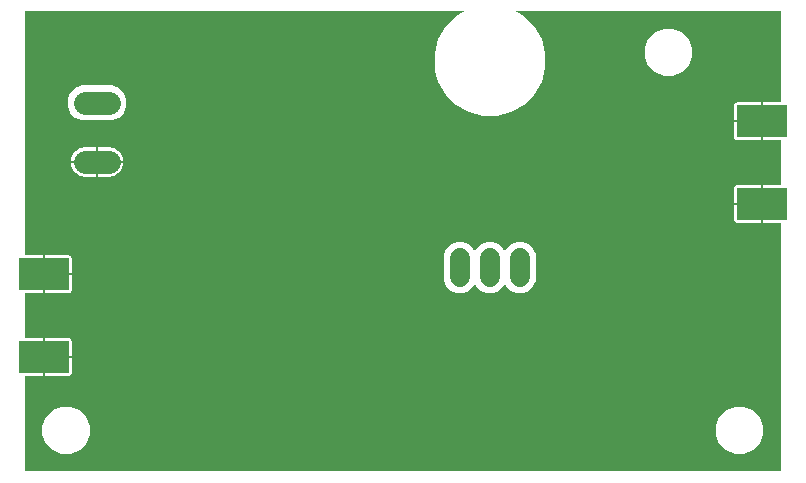
<source format=gbr>
G04 EAGLE Gerber RS-274X export*
G75*
%MOMM*%
%FSLAX34Y34*%
%LPD*%
%INBottom Copper*%
%IPPOS*%
%AMOC8*
5,1,8,0,0,1.08239X$1,22.5*%
G01*
%ADD10C,1.676400*%
%ADD11R,4.191000X2.667000*%
%ADD12C,1.981200*%
%ADD13C,1.500000*%

G36*
X644589Y5092D02*
X644589Y5092D01*
X644640Y5094D01*
X644672Y5112D01*
X644708Y5120D01*
X644747Y5153D01*
X644792Y5177D01*
X644813Y5207D01*
X644841Y5230D01*
X644862Y5277D01*
X644892Y5319D01*
X644900Y5361D01*
X644912Y5389D01*
X644911Y5419D01*
X644919Y5461D01*
X644919Y215498D01*
X644908Y215548D01*
X644906Y215599D01*
X644888Y215631D01*
X644880Y215667D01*
X644847Y215706D01*
X644823Y215751D01*
X644793Y215772D01*
X644770Y215800D01*
X644723Y215821D01*
X644681Y215851D01*
X644639Y215859D01*
X644611Y215871D01*
X644581Y215870D01*
X644539Y215878D01*
X629847Y215878D01*
X629847Y231373D01*
X629836Y231423D01*
X629834Y231474D01*
X629816Y231506D01*
X629808Y231542D01*
X629775Y231581D01*
X629751Y231626D01*
X629721Y231647D01*
X629697Y231675D01*
X629651Y231696D01*
X629609Y231726D01*
X629567Y231734D01*
X629539Y231746D01*
X629509Y231745D01*
X629467Y231753D01*
X629085Y231753D01*
X629085Y231755D01*
X629467Y231755D01*
X629517Y231766D01*
X629568Y231768D01*
X629600Y231786D01*
X629636Y231794D01*
X629675Y231827D01*
X629720Y231851D01*
X629741Y231881D01*
X629769Y231905D01*
X629790Y231951D01*
X629820Y231993D01*
X629828Y232035D01*
X629840Y232063D01*
X629839Y232093D01*
X629847Y232135D01*
X629847Y247630D01*
X644539Y247630D01*
X644589Y247641D01*
X644640Y247643D01*
X644672Y247661D01*
X644708Y247669D01*
X644747Y247702D01*
X644792Y247726D01*
X644813Y247756D01*
X644841Y247779D01*
X644862Y247826D01*
X644892Y247868D01*
X644900Y247910D01*
X644912Y247938D01*
X644911Y247968D01*
X644919Y248010D01*
X644919Y285390D01*
X644908Y285440D01*
X644906Y285491D01*
X644888Y285523D01*
X644880Y285559D01*
X644847Y285598D01*
X644823Y285643D01*
X644793Y285664D01*
X644770Y285692D01*
X644723Y285713D01*
X644681Y285743D01*
X644639Y285751D01*
X644611Y285763D01*
X644581Y285762D01*
X644539Y285770D01*
X629847Y285770D01*
X629847Y301265D01*
X629836Y301315D01*
X629834Y301366D01*
X629816Y301398D01*
X629808Y301434D01*
X629775Y301473D01*
X629751Y301518D01*
X629721Y301539D01*
X629697Y301567D01*
X629651Y301588D01*
X629609Y301618D01*
X629567Y301626D01*
X629539Y301638D01*
X629509Y301637D01*
X629467Y301645D01*
X629085Y301645D01*
X629085Y301647D01*
X629467Y301647D01*
X629517Y301658D01*
X629568Y301660D01*
X629600Y301678D01*
X629636Y301686D01*
X629675Y301719D01*
X629720Y301743D01*
X629741Y301773D01*
X629769Y301797D01*
X629790Y301843D01*
X629820Y301885D01*
X629828Y301927D01*
X629840Y301955D01*
X629839Y301981D01*
X629840Y301984D01*
X629840Y301990D01*
X629847Y302027D01*
X629847Y317522D01*
X644539Y317522D01*
X644589Y317533D01*
X644640Y317535D01*
X644672Y317553D01*
X644708Y317561D01*
X644747Y317594D01*
X644792Y317618D01*
X644813Y317648D01*
X644841Y317671D01*
X644862Y317718D01*
X644892Y317760D01*
X644900Y317802D01*
X644912Y317830D01*
X644911Y317860D01*
X644919Y317902D01*
X644919Y394539D01*
X644908Y394589D01*
X644906Y394640D01*
X644888Y394672D01*
X644880Y394708D01*
X644847Y394747D01*
X644823Y394792D01*
X644793Y394813D01*
X644770Y394841D01*
X644723Y394862D01*
X644681Y394892D01*
X644639Y394900D01*
X644611Y394912D01*
X644581Y394911D01*
X644539Y394919D01*
X421518Y394919D01*
X421445Y394902D01*
X421372Y394890D01*
X421362Y394883D01*
X421349Y394880D01*
X421291Y394832D01*
X421231Y394788D01*
X421225Y394777D01*
X421216Y394770D01*
X421185Y394701D01*
X421150Y394635D01*
X421150Y394623D01*
X421145Y394611D01*
X421148Y394537D01*
X421146Y394462D01*
X421151Y394451D01*
X421151Y394438D01*
X421187Y394373D01*
X421219Y394305D01*
X421229Y394296D01*
X421234Y394286D01*
X421265Y394264D01*
X421328Y394210D01*
X427584Y390598D01*
X436318Y381864D01*
X442494Y371167D01*
X443412Y367739D01*
X443412Y367738D01*
X444635Y363176D01*
X444635Y363175D01*
X445691Y359236D01*
X445691Y346884D01*
X442494Y334953D01*
X436318Y324256D01*
X427584Y315522D01*
X416887Y309346D01*
X404956Y306149D01*
X392604Y306149D01*
X380673Y309346D01*
X369976Y315522D01*
X361242Y324256D01*
X355066Y334953D01*
X352646Y343984D01*
X351869Y346884D01*
X351869Y359236D01*
X355066Y371167D01*
X361242Y381864D01*
X369976Y390598D01*
X376232Y394210D01*
X376287Y394261D01*
X376344Y394308D01*
X376349Y394320D01*
X376358Y394328D01*
X376385Y394398D01*
X376415Y394467D01*
X376415Y394479D01*
X376419Y394491D01*
X376411Y394565D01*
X376409Y394640D01*
X376403Y394651D01*
X376401Y394663D01*
X376361Y394726D01*
X376326Y394792D01*
X376316Y394799D01*
X376309Y394810D01*
X376245Y394849D01*
X376184Y394892D01*
X376171Y394894D01*
X376161Y394900D01*
X376123Y394903D01*
X376042Y394919D01*
X5461Y394919D01*
X5411Y394908D01*
X5360Y394906D01*
X5328Y394888D01*
X5292Y394880D01*
X5253Y394847D01*
X5208Y394823D01*
X5187Y394793D01*
X5159Y394770D01*
X5138Y394723D01*
X5108Y394681D01*
X5100Y394639D01*
X5088Y394611D01*
X5089Y394581D01*
X5081Y394539D01*
X5081Y188362D01*
X5092Y188312D01*
X5094Y188261D01*
X5112Y188229D01*
X5120Y188193D01*
X5153Y188154D01*
X5177Y188109D01*
X5207Y188088D01*
X5230Y188060D01*
X5277Y188039D01*
X5319Y188009D01*
X5361Y188001D01*
X5389Y187989D01*
X5419Y187990D01*
X5461Y187982D01*
X20393Y187982D01*
X20393Y172487D01*
X20404Y172437D01*
X20406Y172386D01*
X20424Y172354D01*
X20432Y172318D01*
X20465Y172279D01*
X20489Y172234D01*
X20519Y172213D01*
X20542Y172185D01*
X20589Y172164D01*
X20631Y172134D01*
X20673Y172126D01*
X20701Y172114D01*
X20731Y172115D01*
X20773Y172107D01*
X21155Y172107D01*
X21155Y172105D01*
X20773Y172105D01*
X20723Y172094D01*
X20672Y172092D01*
X20640Y172074D01*
X20604Y172066D01*
X20565Y172033D01*
X20520Y172009D01*
X20499Y171979D01*
X20471Y171955D01*
X20450Y171909D01*
X20420Y171867D01*
X20412Y171825D01*
X20400Y171797D01*
X20401Y171767D01*
X20393Y171725D01*
X20393Y156230D01*
X5461Y156230D01*
X5411Y156219D01*
X5360Y156217D01*
X5328Y156199D01*
X5292Y156191D01*
X5253Y156158D01*
X5208Y156134D01*
X5187Y156104D01*
X5159Y156081D01*
X5138Y156034D01*
X5108Y155992D01*
X5100Y155950D01*
X5088Y155922D01*
X5089Y155892D01*
X5081Y155850D01*
X5081Y118470D01*
X5092Y118420D01*
X5094Y118369D01*
X5112Y118337D01*
X5120Y118301D01*
X5153Y118262D01*
X5177Y118217D01*
X5207Y118196D01*
X5230Y118168D01*
X5277Y118147D01*
X5319Y118117D01*
X5361Y118109D01*
X5389Y118097D01*
X5419Y118098D01*
X5461Y118090D01*
X20393Y118090D01*
X20393Y102595D01*
X20404Y102545D01*
X20406Y102494D01*
X20424Y102462D01*
X20432Y102426D01*
X20465Y102387D01*
X20489Y102342D01*
X20519Y102321D01*
X20542Y102293D01*
X20589Y102272D01*
X20631Y102242D01*
X20673Y102234D01*
X20701Y102222D01*
X20731Y102223D01*
X20773Y102215D01*
X21155Y102215D01*
X21155Y102213D01*
X20773Y102213D01*
X20723Y102202D01*
X20672Y102200D01*
X20640Y102182D01*
X20604Y102174D01*
X20565Y102141D01*
X20520Y102117D01*
X20499Y102087D01*
X20471Y102063D01*
X20450Y102017D01*
X20420Y101975D01*
X20412Y101933D01*
X20400Y101905D01*
X20401Y101875D01*
X20393Y101833D01*
X20393Y86338D01*
X5461Y86338D01*
X5411Y86327D01*
X5360Y86325D01*
X5328Y86307D01*
X5292Y86299D01*
X5253Y86266D01*
X5208Y86242D01*
X5187Y86212D01*
X5159Y86189D01*
X5138Y86142D01*
X5108Y86100D01*
X5100Y86058D01*
X5088Y86030D01*
X5089Y86000D01*
X5081Y85958D01*
X5081Y5461D01*
X5092Y5411D01*
X5094Y5360D01*
X5112Y5328D01*
X5120Y5292D01*
X5153Y5253D01*
X5177Y5208D01*
X5207Y5187D01*
X5230Y5159D01*
X5277Y5138D01*
X5319Y5108D01*
X5361Y5100D01*
X5389Y5088D01*
X5419Y5089D01*
X5461Y5081D01*
X644539Y5081D01*
X644589Y5092D01*
G37*
%LPC*%
G36*
X370702Y155955D02*
X370702Y155955D01*
X365754Y158005D01*
X361967Y161792D01*
X359917Y166740D01*
X359917Y188860D01*
X361967Y193808D01*
X365754Y197595D01*
X370702Y199645D01*
X376058Y199645D01*
X381006Y197595D01*
X384793Y193808D01*
X385729Y191549D01*
X385744Y191528D01*
X385751Y191504D01*
X385794Y191459D01*
X385830Y191409D01*
X385853Y191396D01*
X385870Y191378D01*
X385928Y191356D01*
X385983Y191327D01*
X386009Y191327D01*
X386033Y191318D01*
X386094Y191324D01*
X386156Y191322D01*
X386179Y191333D01*
X386205Y191336D01*
X386257Y191369D01*
X386313Y191395D01*
X386330Y191415D01*
X386351Y191429D01*
X386399Y191500D01*
X386422Y191529D01*
X386424Y191539D01*
X386431Y191549D01*
X387367Y193808D01*
X391154Y197595D01*
X396102Y199645D01*
X401458Y199645D01*
X406406Y197595D01*
X410193Y193808D01*
X411129Y191549D01*
X411144Y191528D01*
X411151Y191504D01*
X411194Y191459D01*
X411230Y191409D01*
X411253Y191396D01*
X411270Y191378D01*
X411328Y191356D01*
X411383Y191327D01*
X411409Y191327D01*
X411433Y191318D01*
X411494Y191324D01*
X411556Y191322D01*
X411579Y191333D01*
X411605Y191336D01*
X411657Y191369D01*
X411713Y191395D01*
X411730Y191415D01*
X411751Y191429D01*
X411799Y191500D01*
X411822Y191529D01*
X411824Y191539D01*
X411831Y191549D01*
X412767Y193808D01*
X416554Y197595D01*
X421502Y199645D01*
X426858Y199645D01*
X431806Y197595D01*
X435593Y193808D01*
X437643Y188860D01*
X437643Y166740D01*
X435593Y161792D01*
X431806Y158005D01*
X426858Y155955D01*
X421502Y155955D01*
X416554Y158005D01*
X412767Y161792D01*
X411831Y164051D01*
X411816Y164072D01*
X411809Y164096D01*
X411766Y164141D01*
X411730Y164191D01*
X411707Y164203D01*
X411690Y164222D01*
X411632Y164244D01*
X411577Y164273D01*
X411551Y164273D01*
X411527Y164282D01*
X411466Y164276D01*
X411404Y164278D01*
X411381Y164267D01*
X411355Y164264D01*
X411303Y164231D01*
X411247Y164205D01*
X411230Y164185D01*
X411209Y164171D01*
X411161Y164099D01*
X411138Y164071D01*
X411135Y164061D01*
X411129Y164051D01*
X410193Y161792D01*
X406406Y158005D01*
X401458Y155955D01*
X396102Y155955D01*
X391154Y158005D01*
X387367Y161792D01*
X386431Y164051D01*
X386416Y164072D01*
X386409Y164096D01*
X386366Y164141D01*
X386330Y164191D01*
X386307Y164203D01*
X386290Y164222D01*
X386232Y164244D01*
X386177Y164273D01*
X386151Y164273D01*
X386127Y164282D01*
X386066Y164276D01*
X386004Y164278D01*
X385981Y164267D01*
X385955Y164264D01*
X385903Y164231D01*
X385847Y164205D01*
X385830Y164185D01*
X385809Y164171D01*
X385761Y164099D01*
X385738Y164071D01*
X385735Y164061D01*
X385729Y164051D01*
X384793Y161792D01*
X381006Y158005D01*
X376058Y155955D01*
X370702Y155955D01*
G37*
%LPD*%
%LPC*%
G36*
X53153Y302259D02*
X53153Y302259D01*
X47645Y304541D01*
X43429Y308757D01*
X41147Y314265D01*
X41147Y320227D01*
X43429Y325735D01*
X47645Y329951D01*
X53153Y332233D01*
X78927Y332233D01*
X84435Y329951D01*
X88651Y325735D01*
X90933Y320227D01*
X90933Y314265D01*
X88651Y308757D01*
X84435Y304541D01*
X78927Y302259D01*
X53153Y302259D01*
G37*
%LPD*%
%LPC*%
G36*
X546006Y339919D02*
X546006Y339919D01*
X538625Y342976D01*
X532976Y348625D01*
X529919Y356006D01*
X529919Y363994D01*
X532976Y371375D01*
X538625Y377024D01*
X546006Y380081D01*
X553994Y380081D01*
X561375Y377024D01*
X567024Y371375D01*
X570081Y363994D01*
X570081Y356006D01*
X567024Y348625D01*
X561375Y342976D01*
X553994Y339919D01*
X546006Y339919D01*
G37*
%LPD*%
%LPC*%
G36*
X606006Y19919D02*
X606006Y19919D01*
X598625Y22976D01*
X592976Y28625D01*
X589919Y36006D01*
X589919Y43994D01*
X592976Y51375D01*
X598625Y57024D01*
X606006Y60081D01*
X613994Y60081D01*
X621375Y57024D01*
X627024Y51375D01*
X630081Y43994D01*
X630081Y36006D01*
X627024Y28625D01*
X621375Y22976D01*
X613994Y19919D01*
X606006Y19919D01*
G37*
%LPD*%
%LPC*%
G36*
X36006Y19919D02*
X36006Y19919D01*
X28625Y22976D01*
X22976Y28625D01*
X19919Y36006D01*
X19919Y43994D01*
X22976Y51375D01*
X28625Y57024D01*
X36006Y60081D01*
X43994Y60081D01*
X51375Y57024D01*
X57024Y51375D01*
X60081Y43994D01*
X60081Y36006D01*
X57024Y28625D01*
X51375Y22976D01*
X43994Y19919D01*
X36006Y19919D01*
G37*
%LPD*%
%LPC*%
G36*
X21915Y172867D02*
X21915Y172867D01*
X21915Y187982D01*
X42444Y187982D01*
X43090Y187809D01*
X43669Y187474D01*
X44142Y187001D01*
X44477Y186422D01*
X44650Y185776D01*
X44650Y172867D01*
X21915Y172867D01*
G37*
%LPD*%
%LPC*%
G36*
X21915Y102975D02*
X21915Y102975D01*
X21915Y118090D01*
X42444Y118090D01*
X43090Y117917D01*
X43669Y117582D01*
X44142Y117109D01*
X44477Y116530D01*
X44650Y115884D01*
X44650Y102975D01*
X21915Y102975D01*
G37*
%LPD*%
%LPC*%
G36*
X605590Y302407D02*
X605590Y302407D01*
X605590Y315316D01*
X605763Y315962D01*
X606098Y316541D01*
X606571Y317014D01*
X607150Y317349D01*
X607796Y317522D01*
X628325Y317522D01*
X628325Y302407D01*
X605590Y302407D01*
G37*
%LPD*%
%LPC*%
G36*
X605590Y232515D02*
X605590Y232515D01*
X605590Y245424D01*
X605763Y246070D01*
X606098Y246649D01*
X606571Y247122D01*
X607150Y247457D01*
X607796Y247630D01*
X628325Y247630D01*
X628325Y232515D01*
X605590Y232515D01*
G37*
%LPD*%
%LPC*%
G36*
X21915Y156230D02*
X21915Y156230D01*
X21915Y171345D01*
X44650Y171345D01*
X44650Y158436D01*
X44477Y157790D01*
X44142Y157211D01*
X43669Y156738D01*
X43090Y156403D01*
X42444Y156230D01*
X21915Y156230D01*
G37*
%LPD*%
%LPC*%
G36*
X21915Y86338D02*
X21915Y86338D01*
X21915Y101453D01*
X44650Y101453D01*
X44650Y88544D01*
X44477Y87898D01*
X44142Y87319D01*
X43669Y86846D01*
X43090Y86511D01*
X42444Y86338D01*
X21915Y86338D01*
G37*
%LPD*%
%LPC*%
G36*
X607796Y285770D02*
X607796Y285770D01*
X607150Y285943D01*
X606571Y286278D01*
X606098Y286751D01*
X605763Y287330D01*
X605590Y287976D01*
X605590Y300885D01*
X628325Y300885D01*
X628325Y285770D01*
X607796Y285770D01*
G37*
%LPD*%
%LPC*%
G36*
X607796Y215878D02*
X607796Y215878D01*
X607150Y216051D01*
X606571Y216386D01*
X606098Y216859D01*
X605763Y217438D01*
X605590Y218084D01*
X605590Y230993D01*
X628325Y230993D01*
X628325Y215878D01*
X607796Y215878D01*
G37*
%LPD*%
%LPC*%
G36*
X66801Y267969D02*
X66801Y267969D01*
X66801Y279655D01*
X76926Y279655D01*
X78861Y279348D01*
X80724Y278743D01*
X82470Y277853D01*
X84055Y276702D01*
X85440Y275317D01*
X86591Y273732D01*
X87481Y271986D01*
X88086Y270123D01*
X88393Y268188D01*
X88393Y267969D01*
X66801Y267969D01*
G37*
%LPD*%
%LPC*%
G36*
X43687Y267969D02*
X43687Y267969D01*
X43687Y268188D01*
X43994Y270123D01*
X44599Y271986D01*
X45489Y273732D01*
X46640Y275317D01*
X48025Y276702D01*
X49610Y277853D01*
X51356Y278743D01*
X53219Y279348D01*
X55154Y279655D01*
X65279Y279655D01*
X65279Y267969D01*
X43687Y267969D01*
G37*
%LPD*%
%LPC*%
G36*
X66801Y254761D02*
X66801Y254761D01*
X66801Y266447D01*
X88393Y266447D01*
X88393Y266228D01*
X88086Y264293D01*
X87481Y262430D01*
X86591Y260684D01*
X85440Y259099D01*
X84055Y257714D01*
X82470Y256563D01*
X80724Y255673D01*
X78861Y255068D01*
X76926Y254761D01*
X66801Y254761D01*
G37*
%LPD*%
%LPC*%
G36*
X55154Y254761D02*
X55154Y254761D01*
X53219Y255068D01*
X51356Y255673D01*
X49610Y256563D01*
X48025Y257714D01*
X46640Y259099D01*
X45489Y260684D01*
X44599Y262430D01*
X43994Y264293D01*
X43687Y266228D01*
X43687Y266447D01*
X65279Y266447D01*
X65279Y254761D01*
X55154Y254761D01*
G37*
%LPD*%
%LPC*%
G36*
X66039Y267207D02*
X66039Y267207D01*
X66039Y267209D01*
X66041Y267209D01*
X66041Y267207D01*
X66039Y267207D01*
G37*
%LPD*%
D10*
X373380Y169418D02*
X373380Y186182D01*
X398780Y186182D02*
X398780Y169418D01*
X424180Y169418D02*
X424180Y186182D01*
D11*
X21154Y102214D03*
X21154Y172106D03*
X629086Y301646D03*
X629086Y231754D03*
D12*
X75946Y317246D02*
X56134Y317246D01*
X56134Y267208D02*
X75946Y267208D01*
D13*
X322580Y83820D03*
M02*

</source>
